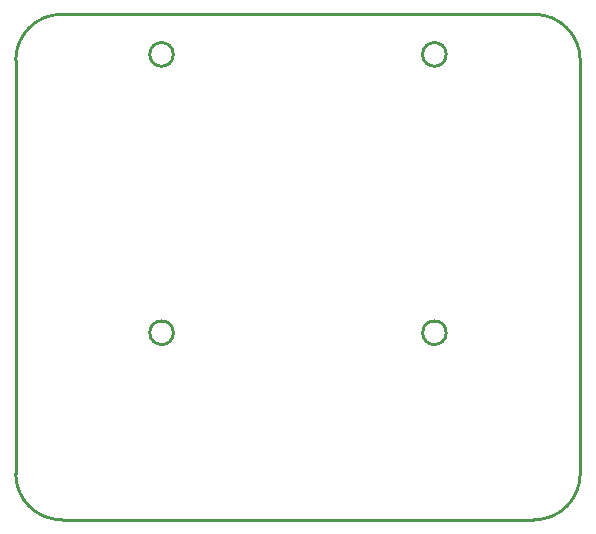
<source format=gm1>
%TF.GenerationSoftware,KiCad,Pcbnew,(5.1.10)-1*%
%TF.CreationDate,2021-12-08T00:23:12-08:00*%
%TF.ProjectId,Climbing_Main_Rev_A,436c696d-6269-46e6-975f-4d61696e5f52,rev?*%
%TF.SameCoordinates,Original*%
%TF.FileFunction,Profile,NP*%
%FSLAX46Y46*%
G04 Gerber Fmt 4.6, Leading zero omitted, Abs format (unit mm)*
G04 Created by KiCad (PCBNEW (5.1.10)-1) date 2021-12-08 00:23:12*
%MOMM*%
%LPD*%
G01*
G04 APERTURE LIST*
%TA.AperFunction,Profile*%
%ADD10C,0.254000*%
%TD*%
G04 APERTURE END LIST*
D10*
X123934999Y-71366001D02*
G75*
G02*
X127835000Y-67466000I3900001J0D01*
G01*
X167835000Y-110266001D02*
X127834999Y-110266001D01*
X171734999Y-106366000D02*
G75*
G02*
X167835000Y-110266001I-3900000J-1D01*
G01*
X137285000Y-70866000D02*
G75*
G03*
X137285000Y-70866000I-1000000J0D01*
G01*
X167834998Y-67466000D02*
G75*
G02*
X171735000Y-71366000I1J-3900001D01*
G01*
X123935000Y-106366000D02*
X123934999Y-71366000D01*
X127834998Y-110266000D02*
G75*
G02*
X123935000Y-106366000I1J3899999D01*
G01*
X171735000Y-71366000D02*
X171734999Y-106366001D01*
X137285000Y-94426000D02*
G75*
G03*
X137285000Y-94426000I-1000000J0D01*
G01*
X160385000Y-94426000D02*
G75*
G03*
X160385000Y-94426000I-1000000J0D01*
G01*
X127835000Y-67466000D02*
X167835000Y-67466000D01*
X160385000Y-70866000D02*
G75*
G03*
X160385000Y-70866000I-1000000J0D01*
G01*
M02*

</source>
